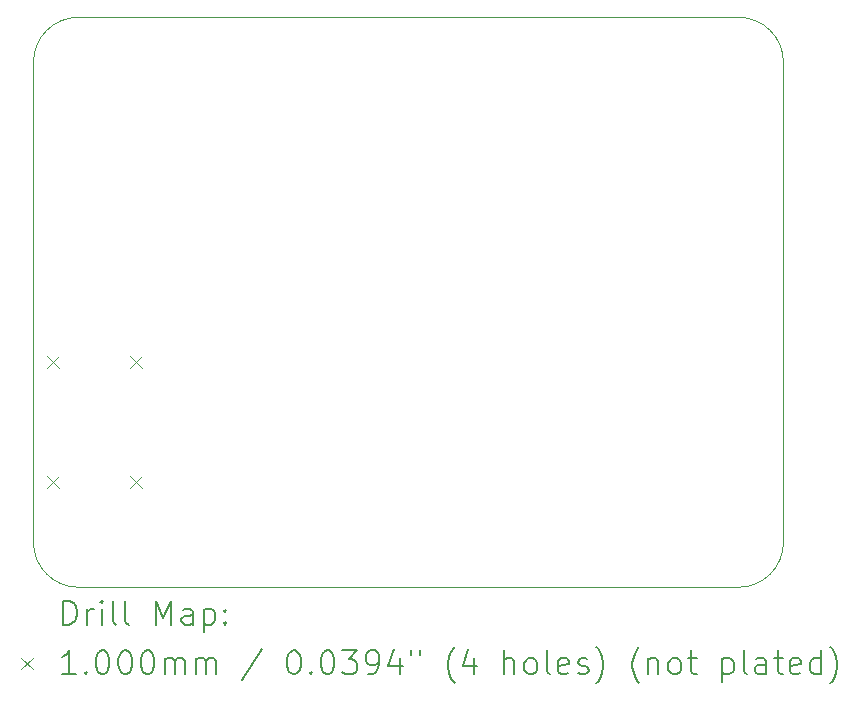
<source format=gbr>
%TF.GenerationSoftware,KiCad,Pcbnew,(6.0.10-0)*%
%TF.CreationDate,2023-01-20T21:59:07-08:00*%
%TF.ProjectId,mains-monitor,6d61696e-732d-46d6-9f6e-69746f722e6b,rev?*%
%TF.SameCoordinates,Original*%
%TF.FileFunction,Drillmap*%
%TF.FilePolarity,Positive*%
%FSLAX45Y45*%
G04 Gerber Fmt 4.5, Leading zero omitted, Abs format (unit mm)*
G04 Created by KiCad (PCBNEW (6.0.10-0)) date 2023-01-20 21:59:07*
%MOMM*%
%LPD*%
G01*
G04 APERTURE LIST*
%ADD10C,0.100000*%
%ADD11C,0.200000*%
G04 APERTURE END LIST*
D10*
X8001000Y-2540000D02*
X2413000Y-2540000D01*
X8001000Y-7366000D02*
G75*
G03*
X8382000Y-6985000I0J381000D01*
G01*
X2413000Y-2540000D02*
G75*
G03*
X2032000Y-2921000I0J-381000D01*
G01*
X8382000Y-6985000D02*
X8382000Y-2921000D01*
X2032000Y-6985000D02*
G75*
G03*
X2413000Y-7366000I381000J0D01*
G01*
X8382000Y-2921000D02*
G75*
G03*
X8001000Y-2540000I-381000J0D01*
G01*
X2032000Y-2921000D02*
X2032000Y-6985000D01*
X2413000Y-7366000D02*
X8001000Y-7366000D01*
D11*
D10*
X2150000Y-5411000D02*
X2250000Y-5511000D01*
X2250000Y-5411000D02*
X2150000Y-5511000D01*
X2150000Y-6427000D02*
X2250000Y-6527000D01*
X2250000Y-6427000D02*
X2150000Y-6527000D01*
X2850000Y-5411000D02*
X2950000Y-5511000D01*
X2950000Y-5411000D02*
X2850000Y-5511000D01*
X2850000Y-6427000D02*
X2950000Y-6527000D01*
X2950000Y-6427000D02*
X2850000Y-6527000D01*
D11*
X2284619Y-7681476D02*
X2284619Y-7481476D01*
X2332238Y-7481476D01*
X2360810Y-7491000D01*
X2379857Y-7510048D01*
X2389381Y-7529095D01*
X2398905Y-7567190D01*
X2398905Y-7595762D01*
X2389381Y-7633857D01*
X2379857Y-7652905D01*
X2360810Y-7671952D01*
X2332238Y-7681476D01*
X2284619Y-7681476D01*
X2484619Y-7681476D02*
X2484619Y-7548143D01*
X2484619Y-7586238D02*
X2494143Y-7567190D01*
X2503667Y-7557667D01*
X2522714Y-7548143D01*
X2541762Y-7548143D01*
X2608429Y-7681476D02*
X2608429Y-7548143D01*
X2608429Y-7481476D02*
X2598905Y-7491000D01*
X2608429Y-7500524D01*
X2617952Y-7491000D01*
X2608429Y-7481476D01*
X2608429Y-7500524D01*
X2732238Y-7681476D02*
X2713190Y-7671952D01*
X2703667Y-7652905D01*
X2703667Y-7481476D01*
X2837000Y-7681476D02*
X2817952Y-7671952D01*
X2808428Y-7652905D01*
X2808428Y-7481476D01*
X3065571Y-7681476D02*
X3065571Y-7481476D01*
X3132238Y-7624333D01*
X3198905Y-7481476D01*
X3198905Y-7681476D01*
X3379857Y-7681476D02*
X3379857Y-7576714D01*
X3370333Y-7557667D01*
X3351286Y-7548143D01*
X3313190Y-7548143D01*
X3294143Y-7557667D01*
X3379857Y-7671952D02*
X3360809Y-7681476D01*
X3313190Y-7681476D01*
X3294143Y-7671952D01*
X3284619Y-7652905D01*
X3284619Y-7633857D01*
X3294143Y-7614809D01*
X3313190Y-7605286D01*
X3360809Y-7605286D01*
X3379857Y-7595762D01*
X3475095Y-7548143D02*
X3475095Y-7748143D01*
X3475095Y-7557667D02*
X3494143Y-7548143D01*
X3532238Y-7548143D01*
X3551286Y-7557667D01*
X3560809Y-7567190D01*
X3570333Y-7586238D01*
X3570333Y-7643381D01*
X3560809Y-7662428D01*
X3551286Y-7671952D01*
X3532238Y-7681476D01*
X3494143Y-7681476D01*
X3475095Y-7671952D01*
X3656048Y-7662428D02*
X3665571Y-7671952D01*
X3656048Y-7681476D01*
X3646524Y-7671952D01*
X3656048Y-7662428D01*
X3656048Y-7681476D01*
X3656048Y-7557667D02*
X3665571Y-7567190D01*
X3656048Y-7576714D01*
X3646524Y-7567190D01*
X3656048Y-7557667D01*
X3656048Y-7576714D01*
D10*
X1927000Y-7961000D02*
X2027000Y-8061000D01*
X2027000Y-7961000D02*
X1927000Y-8061000D01*
D11*
X2389381Y-8101476D02*
X2275095Y-8101476D01*
X2332238Y-8101476D02*
X2332238Y-7901476D01*
X2313190Y-7930048D01*
X2294143Y-7949095D01*
X2275095Y-7958619D01*
X2475095Y-8082428D02*
X2484619Y-8091952D01*
X2475095Y-8101476D01*
X2465571Y-8091952D01*
X2475095Y-8082428D01*
X2475095Y-8101476D01*
X2608429Y-7901476D02*
X2627476Y-7901476D01*
X2646524Y-7911000D01*
X2656048Y-7920524D01*
X2665571Y-7939571D01*
X2675095Y-7977667D01*
X2675095Y-8025286D01*
X2665571Y-8063381D01*
X2656048Y-8082428D01*
X2646524Y-8091952D01*
X2627476Y-8101476D01*
X2608429Y-8101476D01*
X2589381Y-8091952D01*
X2579857Y-8082428D01*
X2570333Y-8063381D01*
X2560810Y-8025286D01*
X2560810Y-7977667D01*
X2570333Y-7939571D01*
X2579857Y-7920524D01*
X2589381Y-7911000D01*
X2608429Y-7901476D01*
X2798905Y-7901476D02*
X2817952Y-7901476D01*
X2837000Y-7911000D01*
X2846524Y-7920524D01*
X2856048Y-7939571D01*
X2865571Y-7977667D01*
X2865571Y-8025286D01*
X2856048Y-8063381D01*
X2846524Y-8082428D01*
X2837000Y-8091952D01*
X2817952Y-8101476D01*
X2798905Y-8101476D01*
X2779857Y-8091952D01*
X2770333Y-8082428D01*
X2760810Y-8063381D01*
X2751286Y-8025286D01*
X2751286Y-7977667D01*
X2760810Y-7939571D01*
X2770333Y-7920524D01*
X2779857Y-7911000D01*
X2798905Y-7901476D01*
X2989381Y-7901476D02*
X3008428Y-7901476D01*
X3027476Y-7911000D01*
X3037000Y-7920524D01*
X3046524Y-7939571D01*
X3056048Y-7977667D01*
X3056048Y-8025286D01*
X3046524Y-8063381D01*
X3037000Y-8082428D01*
X3027476Y-8091952D01*
X3008428Y-8101476D01*
X2989381Y-8101476D01*
X2970333Y-8091952D01*
X2960809Y-8082428D01*
X2951286Y-8063381D01*
X2941762Y-8025286D01*
X2941762Y-7977667D01*
X2951286Y-7939571D01*
X2960809Y-7920524D01*
X2970333Y-7911000D01*
X2989381Y-7901476D01*
X3141762Y-8101476D02*
X3141762Y-7968143D01*
X3141762Y-7987190D02*
X3151286Y-7977667D01*
X3170333Y-7968143D01*
X3198905Y-7968143D01*
X3217952Y-7977667D01*
X3227476Y-7996714D01*
X3227476Y-8101476D01*
X3227476Y-7996714D02*
X3237000Y-7977667D01*
X3256048Y-7968143D01*
X3284619Y-7968143D01*
X3303667Y-7977667D01*
X3313190Y-7996714D01*
X3313190Y-8101476D01*
X3408428Y-8101476D02*
X3408428Y-7968143D01*
X3408428Y-7987190D02*
X3417952Y-7977667D01*
X3437000Y-7968143D01*
X3465571Y-7968143D01*
X3484619Y-7977667D01*
X3494143Y-7996714D01*
X3494143Y-8101476D01*
X3494143Y-7996714D02*
X3503667Y-7977667D01*
X3522714Y-7968143D01*
X3551286Y-7968143D01*
X3570333Y-7977667D01*
X3579857Y-7996714D01*
X3579857Y-8101476D01*
X3970333Y-7891952D02*
X3798905Y-8149095D01*
X4227476Y-7901476D02*
X4246524Y-7901476D01*
X4265571Y-7911000D01*
X4275095Y-7920524D01*
X4284619Y-7939571D01*
X4294143Y-7977667D01*
X4294143Y-8025286D01*
X4284619Y-8063381D01*
X4275095Y-8082428D01*
X4265571Y-8091952D01*
X4246524Y-8101476D01*
X4227476Y-8101476D01*
X4208429Y-8091952D01*
X4198905Y-8082428D01*
X4189381Y-8063381D01*
X4179857Y-8025286D01*
X4179857Y-7977667D01*
X4189381Y-7939571D01*
X4198905Y-7920524D01*
X4208429Y-7911000D01*
X4227476Y-7901476D01*
X4379857Y-8082428D02*
X4389381Y-8091952D01*
X4379857Y-8101476D01*
X4370333Y-8091952D01*
X4379857Y-8082428D01*
X4379857Y-8101476D01*
X4513190Y-7901476D02*
X4532238Y-7901476D01*
X4551286Y-7911000D01*
X4560810Y-7920524D01*
X4570333Y-7939571D01*
X4579857Y-7977667D01*
X4579857Y-8025286D01*
X4570333Y-8063381D01*
X4560810Y-8082428D01*
X4551286Y-8091952D01*
X4532238Y-8101476D01*
X4513190Y-8101476D01*
X4494143Y-8091952D01*
X4484619Y-8082428D01*
X4475095Y-8063381D01*
X4465571Y-8025286D01*
X4465571Y-7977667D01*
X4475095Y-7939571D01*
X4484619Y-7920524D01*
X4494143Y-7911000D01*
X4513190Y-7901476D01*
X4646524Y-7901476D02*
X4770333Y-7901476D01*
X4703667Y-7977667D01*
X4732238Y-7977667D01*
X4751286Y-7987190D01*
X4760810Y-7996714D01*
X4770333Y-8015762D01*
X4770333Y-8063381D01*
X4760810Y-8082428D01*
X4751286Y-8091952D01*
X4732238Y-8101476D01*
X4675095Y-8101476D01*
X4656048Y-8091952D01*
X4646524Y-8082428D01*
X4865571Y-8101476D02*
X4903667Y-8101476D01*
X4922714Y-8091952D01*
X4932238Y-8082428D01*
X4951286Y-8053857D01*
X4960810Y-8015762D01*
X4960810Y-7939571D01*
X4951286Y-7920524D01*
X4941762Y-7911000D01*
X4922714Y-7901476D01*
X4884619Y-7901476D01*
X4865571Y-7911000D01*
X4856048Y-7920524D01*
X4846524Y-7939571D01*
X4846524Y-7987190D01*
X4856048Y-8006238D01*
X4865571Y-8015762D01*
X4884619Y-8025286D01*
X4922714Y-8025286D01*
X4941762Y-8015762D01*
X4951286Y-8006238D01*
X4960810Y-7987190D01*
X5132238Y-7968143D02*
X5132238Y-8101476D01*
X5084619Y-7891952D02*
X5037000Y-8034809D01*
X5160810Y-8034809D01*
X5227476Y-7901476D02*
X5227476Y-7939571D01*
X5303667Y-7901476D02*
X5303667Y-7939571D01*
X5598905Y-8177667D02*
X5589381Y-8168143D01*
X5570333Y-8139571D01*
X5560810Y-8120524D01*
X5551286Y-8091952D01*
X5541762Y-8044333D01*
X5541762Y-8006238D01*
X5551286Y-7958619D01*
X5560810Y-7930048D01*
X5570333Y-7911000D01*
X5589381Y-7882428D01*
X5598905Y-7872905D01*
X5760809Y-7968143D02*
X5760809Y-8101476D01*
X5713190Y-7891952D02*
X5665571Y-8034809D01*
X5789381Y-8034809D01*
X6017952Y-8101476D02*
X6017952Y-7901476D01*
X6103667Y-8101476D02*
X6103667Y-7996714D01*
X6094143Y-7977667D01*
X6075095Y-7968143D01*
X6046524Y-7968143D01*
X6027476Y-7977667D01*
X6017952Y-7987190D01*
X6227476Y-8101476D02*
X6208428Y-8091952D01*
X6198905Y-8082428D01*
X6189381Y-8063381D01*
X6189381Y-8006238D01*
X6198905Y-7987190D01*
X6208428Y-7977667D01*
X6227476Y-7968143D01*
X6256048Y-7968143D01*
X6275095Y-7977667D01*
X6284619Y-7987190D01*
X6294143Y-8006238D01*
X6294143Y-8063381D01*
X6284619Y-8082428D01*
X6275095Y-8091952D01*
X6256048Y-8101476D01*
X6227476Y-8101476D01*
X6408428Y-8101476D02*
X6389381Y-8091952D01*
X6379857Y-8072905D01*
X6379857Y-7901476D01*
X6560809Y-8091952D02*
X6541762Y-8101476D01*
X6503667Y-8101476D01*
X6484619Y-8091952D01*
X6475095Y-8072905D01*
X6475095Y-7996714D01*
X6484619Y-7977667D01*
X6503667Y-7968143D01*
X6541762Y-7968143D01*
X6560809Y-7977667D01*
X6570333Y-7996714D01*
X6570333Y-8015762D01*
X6475095Y-8034809D01*
X6646524Y-8091952D02*
X6665571Y-8101476D01*
X6703667Y-8101476D01*
X6722714Y-8091952D01*
X6732238Y-8072905D01*
X6732238Y-8063381D01*
X6722714Y-8044333D01*
X6703667Y-8034809D01*
X6675095Y-8034809D01*
X6656048Y-8025286D01*
X6646524Y-8006238D01*
X6646524Y-7996714D01*
X6656048Y-7977667D01*
X6675095Y-7968143D01*
X6703667Y-7968143D01*
X6722714Y-7977667D01*
X6798905Y-8177667D02*
X6808428Y-8168143D01*
X6827476Y-8139571D01*
X6837000Y-8120524D01*
X6846524Y-8091952D01*
X6856048Y-8044333D01*
X6856048Y-8006238D01*
X6846524Y-7958619D01*
X6837000Y-7930048D01*
X6827476Y-7911000D01*
X6808428Y-7882428D01*
X6798905Y-7872905D01*
X7160809Y-8177667D02*
X7151286Y-8168143D01*
X7132238Y-8139571D01*
X7122714Y-8120524D01*
X7113190Y-8091952D01*
X7103667Y-8044333D01*
X7103667Y-8006238D01*
X7113190Y-7958619D01*
X7122714Y-7930048D01*
X7132238Y-7911000D01*
X7151286Y-7882428D01*
X7160809Y-7872905D01*
X7237000Y-7968143D02*
X7237000Y-8101476D01*
X7237000Y-7987190D02*
X7246524Y-7977667D01*
X7265571Y-7968143D01*
X7294143Y-7968143D01*
X7313190Y-7977667D01*
X7322714Y-7996714D01*
X7322714Y-8101476D01*
X7446524Y-8101476D02*
X7427476Y-8091952D01*
X7417952Y-8082428D01*
X7408428Y-8063381D01*
X7408428Y-8006238D01*
X7417952Y-7987190D01*
X7427476Y-7977667D01*
X7446524Y-7968143D01*
X7475095Y-7968143D01*
X7494143Y-7977667D01*
X7503667Y-7987190D01*
X7513190Y-8006238D01*
X7513190Y-8063381D01*
X7503667Y-8082428D01*
X7494143Y-8091952D01*
X7475095Y-8101476D01*
X7446524Y-8101476D01*
X7570333Y-7968143D02*
X7646524Y-7968143D01*
X7598905Y-7901476D02*
X7598905Y-8072905D01*
X7608428Y-8091952D01*
X7627476Y-8101476D01*
X7646524Y-8101476D01*
X7865571Y-7968143D02*
X7865571Y-8168143D01*
X7865571Y-7977667D02*
X7884619Y-7968143D01*
X7922714Y-7968143D01*
X7941762Y-7977667D01*
X7951286Y-7987190D01*
X7960809Y-8006238D01*
X7960809Y-8063381D01*
X7951286Y-8082428D01*
X7941762Y-8091952D01*
X7922714Y-8101476D01*
X7884619Y-8101476D01*
X7865571Y-8091952D01*
X8075095Y-8101476D02*
X8056048Y-8091952D01*
X8046524Y-8072905D01*
X8046524Y-7901476D01*
X8237000Y-8101476D02*
X8237000Y-7996714D01*
X8227476Y-7977667D01*
X8208428Y-7968143D01*
X8170333Y-7968143D01*
X8151286Y-7977667D01*
X8237000Y-8091952D02*
X8217952Y-8101476D01*
X8170333Y-8101476D01*
X8151286Y-8091952D01*
X8141762Y-8072905D01*
X8141762Y-8053857D01*
X8151286Y-8034809D01*
X8170333Y-8025286D01*
X8217952Y-8025286D01*
X8237000Y-8015762D01*
X8303667Y-7968143D02*
X8379857Y-7968143D01*
X8332238Y-7901476D02*
X8332238Y-8072905D01*
X8341762Y-8091952D01*
X8360809Y-8101476D01*
X8379857Y-8101476D01*
X8522714Y-8091952D02*
X8503667Y-8101476D01*
X8465571Y-8101476D01*
X8446524Y-8091952D01*
X8437000Y-8072905D01*
X8437000Y-7996714D01*
X8446524Y-7977667D01*
X8465571Y-7968143D01*
X8503667Y-7968143D01*
X8522714Y-7977667D01*
X8532238Y-7996714D01*
X8532238Y-8015762D01*
X8437000Y-8034809D01*
X8703667Y-8101476D02*
X8703667Y-7901476D01*
X8703667Y-8091952D02*
X8684619Y-8101476D01*
X8646524Y-8101476D01*
X8627476Y-8091952D01*
X8617952Y-8082428D01*
X8608429Y-8063381D01*
X8608429Y-8006238D01*
X8617952Y-7987190D01*
X8627476Y-7977667D01*
X8646524Y-7968143D01*
X8684619Y-7968143D01*
X8703667Y-7977667D01*
X8779857Y-8177667D02*
X8789381Y-8168143D01*
X8808429Y-8139571D01*
X8817952Y-8120524D01*
X8827476Y-8091952D01*
X8837000Y-8044333D01*
X8837000Y-8006238D01*
X8827476Y-7958619D01*
X8817952Y-7930048D01*
X8808429Y-7911000D01*
X8789381Y-7882428D01*
X8779857Y-7872905D01*
M02*

</source>
